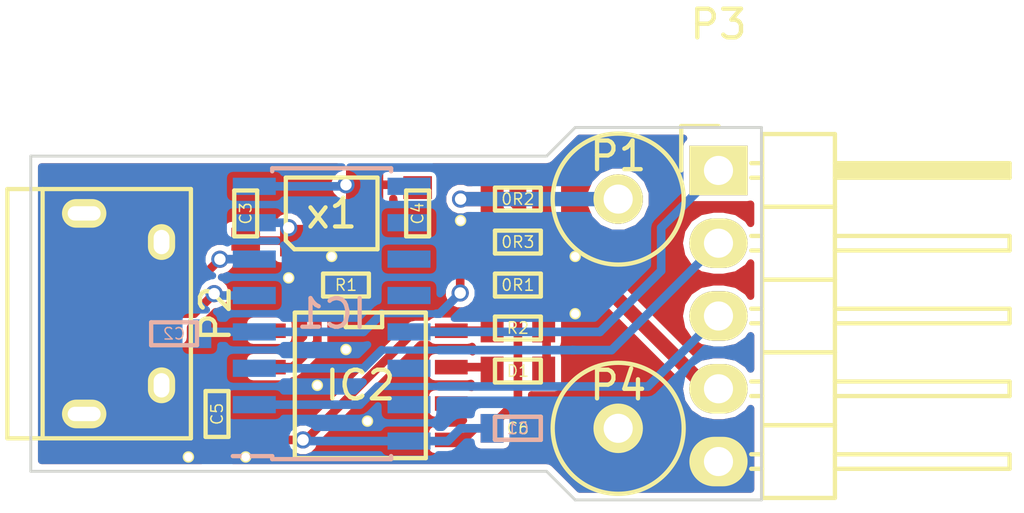
<source format=kicad_pcb>
(kicad_pcb (version 4) (host pcbnew 4.0.2+dfsg1-2~bpo8+1-stable)

  (general
    (links 54)
    (no_connects 0)
    (area 112.075 72.275 149.875001 91.475)
    (thickness 1.6)
    (drawings 8)
    (tracks 103)
    (zones 0)
    (modules 29)
    (nets 16)
  )

  (page A4)
  (layers
    (0 F.Cu signal)
    (31 B.Cu signal)
    (32 B.Adhes user hide)
    (33 F.Adhes user hide)
    (34 B.Paste user)
    (35 F.Paste user)
    (36 B.SilkS user)
    (37 F.SilkS user)
    (38 B.Mask user)
    (39 F.Mask user)
    (40 Dwgs.User user hide)
    (41 Cmts.User user hide)
    (42 Eco1.User user hide)
    (43 Eco2.User user hide)
    (44 Edge.Cuts user)
    (45 Margin user hide)
    (46 B.CrtYd user hide)
    (47 F.CrtYd user hide)
    (48 B.Fab user hide)
    (49 F.Fab user hide)
  )

  (setup
    (last_trace_width 0.3)
    (user_trace_width 0.2)
    (user_trace_width 0.3)
    (user_trace_width 0.5)
    (user_trace_width 0.7)
    (trace_clearance 0.2)
    (zone_clearance 0.2)
    (zone_45_only no)
    (trace_min 0.2)
    (segment_width 0.2)
    (edge_width 0.1)
    (via_size 0.6)
    (via_drill 0.4)
    (via_min_size 0.4)
    (via_min_drill 0.3)
    (uvia_size 0.3)
    (uvia_drill 0.1)
    (uvias_allowed no)
    (uvia_min_size 0.2)
    (uvia_min_drill 0.1)
    (pcb_text_width 0.3)
    (pcb_text_size 1.5 1.5)
    (mod_edge_width 0.15)
    (mod_text_size 1 1)
    (mod_text_width 0.15)
    (pad_size 0.4 0.4)
    (pad_drill 0.3)
    (pad_to_mask_clearance 0)
    (aux_axis_origin 0 0)
    (grid_origin 115 90)
    (visible_elements FFFEFF7F)
    (pcbplotparams
      (layerselection 0x010c0_80000001)
      (usegerberextensions true)
      (excludeedgelayer true)
      (linewidth 0.100000)
      (plotframeref false)
      (viasonmask false)
      (mode 1)
      (useauxorigin true)
      (hpglpennumber 1)
      (hpglpenspeed 20)
      (hpglpendiameter 15)
      (hpglpenoverlay 2)
      (psnegative false)
      (psa4output false)
      (plotreference false)
      (plotvalue false)
      (plotinvisibletext false)
      (padsonsilk false)
      (subtractmaskfromsilk false)
      (outputformat 1)
      (mirror false)
      (drillshape 0)
      (scaleselection 1)
      (outputdirectory output/))
  )

  (net 0 "")
  (net 1 V_USB)
  (net 2 GND)
  (net 3 VBat)
  (net 4 D-)
  (net 5 D+)
  (net 6 3V3)
  (net 7 TX)
  (net 8 RX)
  (net 9 U_OUT)
  (net 10 ~DTR)
  (net 11 "Net-(C3-Pad1)")
  (net 12 "Net-(C4-Pad1)")
  (net 13 "Net-(D1-Pad1)")
  (net 14 "Net-(D1-Pad2)")
  (net 15 "Net-(IC2-Pad2)")

  (net_class Default "This is the default net class."
    (clearance 0.2)
    (trace_width 0.25)
    (via_dia 0.6)
    (via_drill 0.4)
    (uvia_dia 0.3)
    (uvia_drill 0.1)
    (add_net 3V3)
    (add_net D+)
    (add_net D-)
    (add_net GND)
    (add_net "Net-(C3-Pad1)")
    (add_net "Net-(C4-Pad1)")
    (add_net "Net-(D1-Pad1)")
    (add_net "Net-(D1-Pad2)")
    (add_net "Net-(IC2-Pad2)")
    (add_net RX)
    (add_net TX)
    (add_net U_OUT)
    (add_net VBat)
    (add_net V_USB)
    (add_net ~DTR)
  )

  (module netl:via (layer F.Cu) (tedit 57F8F777) (tstamp 57F8FE3F)
    (at 130 80.25)
    (fp_text reference REF** (at 0 2) (layer F.SilkS) hide
      (effects (font (size 1 1) (thickness 0.15)))
    )
    (fp_text value via (at 0 -2) (layer F.Fab) hide
      (effects (font (size 1 1) (thickness 0.15)))
    )
    (pad 1 thru_hole circle (at 0 0) (size 0.4 0.4) (drill 0.3) (layers *.Cu *.Mask F.SilkS)
      (net 2 GND))
  )

  (module netl:via (layer F.Cu) (tedit 57F8F777) (tstamp 57F8FE2F)
    (at 120.5 88.5)
    (fp_text reference REF** (at 0 2) (layer F.SilkS) hide
      (effects (font (size 1 1) (thickness 0.15)))
    )
    (fp_text value via (at 0 -2) (layer F.Fab) hide
      (effects (font (size 1 1) (thickness 0.15)))
    )
    (pad 1 thru_hole circle (at 0 0) (size 0.4 0.4) (drill 0.3) (layers *.Cu *.Mask F.SilkS)
      (net 2 GND))
  )

  (module netl:via (layer F.Cu) (tedit 57F8F777) (tstamp 57F8FE29)
    (at 122.5 88.5)
    (fp_text reference REF** (at 0 2) (layer F.SilkS) hide
      (effects (font (size 1 1) (thickness 0.15)))
    )
    (fp_text value via (at 0 -2) (layer F.Fab) hide
      (effects (font (size 1 1) (thickness 0.15)))
    )
    (pad 1 thru_hole circle (at 0 0) (size 0.4 0.4) (drill 0.3) (layers *.Cu *.Mask F.SilkS)
      (net 2 GND))
  )

  (module netl:via (layer F.Cu) (tedit 57F8F777) (tstamp 57F8FE23)
    (at 126.75 87.25)
    (fp_text reference REF** (at 0 2) (layer F.SilkS) hide
      (effects (font (size 1 1) (thickness 0.15)))
    )
    (fp_text value via (at 0 -2) (layer F.Fab) hide
      (effects (font (size 1 1) (thickness 0.15)))
    )
    (pad 1 thru_hole circle (at 0 0) (size 0.4 0.4) (drill 0.3) (layers *.Cu *.Mask F.SilkS)
      (net 2 GND))
  )

  (module netl:via (layer F.Cu) (tedit 57F8F777) (tstamp 57F8FE19)
    (at 126 84.75)
    (fp_text reference REF** (at 0 2) (layer F.SilkS) hide
      (effects (font (size 1 1) (thickness 0.15)))
    )
    (fp_text value via (at 0 -2) (layer F.Fab) hide
      (effects (font (size 1 1) (thickness 0.15)))
    )
    (pad 1 thru_hole circle (at 0 0) (size 0.4 0.4) (drill 0.3) (layers *.Cu *.Mask F.SilkS)
      (net 2 GND))
  )

  (module netl:via (layer F.Cu) (tedit 57F8F777) (tstamp 57F8FE14)
    (at 125 86)
    (fp_text reference REF** (at 0 2) (layer F.SilkS) hide
      (effects (font (size 1 1) (thickness 0.15)))
    )
    (fp_text value via (at 0 -2) (layer F.Fab) hide
      (effects (font (size 1 1) (thickness 0.15)))
    )
    (pad 1 thru_hole circle (at 0 0) (size 0.4 0.4) (drill 0.3) (layers *.Cu *.Mask F.SilkS)
      (net 2 GND))
  )

  (module netl:via (layer F.Cu) (tedit 57F8F777) (tstamp 57F8FE0D)
    (at 124 82.25)
    (fp_text reference REF** (at 0 2) (layer F.SilkS) hide
      (effects (font (size 1 1) (thickness 0.15)))
    )
    (fp_text value via (at 0 -2) (layer F.Fab) hide
      (effects (font (size 1 1) (thickness 0.15)))
    )
    (pad 1 thru_hole circle (at 0 0) (size 0.4 0.4) (drill 0.3) (layers *.Cu *.Mask F.SilkS)
      (net 2 GND))
  )

  (module netl:via (layer F.Cu) (tedit 57F8F777) (tstamp 57F8FE08)
    (at 125.5 81.5)
    (fp_text reference REF** (at 0 2) (layer F.SilkS) hide
      (effects (font (size 1 1) (thickness 0.15)))
    )
    (fp_text value via (at 0 -2) (layer F.Fab) hide
      (effects (font (size 1 1) (thickness 0.15)))
    )
    (pad 1 thru_hole circle (at 0 0) (size 0.4 0.4) (drill 0.3) (layers *.Cu *.Mask F.SilkS)
      (net 2 GND))
  )

  (module netl:via (layer F.Cu) (tedit 57F8F777) (tstamp 57F8FE01)
    (at 134 83.5)
    (fp_text reference REF** (at 0 2) (layer F.SilkS) hide
      (effects (font (size 1 1) (thickness 0.15)))
    )
    (fp_text value via (at 0 -2) (layer F.Fab) hide
      (effects (font (size 1 1) (thickness 0.15)))
    )
    (pad 1 thru_hole circle (at 0 0) (size 0.4 0.4) (drill 0.3) (layers *.Cu *.Mask F.SilkS)
      (net 2 GND))
  )

  (module netl:via (layer F.Cu) (tedit 57F8F777) (tstamp 57F8FDBB)
    (at 134 81.5)
    (fp_text reference REF** (at 0 2) (layer F.SilkS) hide
      (effects (font (size 1 1) (thickness 0.15)))
    )
    (fp_text value via (at 0 -2) (layer F.Fab) hide
      (effects (font (size 1 1) (thickness 0.15)))
    )
    (pad 1 thru_hole circle (at 0 0) (size 0.4 0.4) (drill 0.3) (layers *.Cu *.Mask F.SilkS)
      (net 2 GND))
  )

  (module netl:SMD_0603 (layer B.Cu) (tedit 5537B97F) (tstamp 57F8E31C)
    (at 132 87.5)
    (path /579ECCA5)
    (fp_text reference C1 (at 0 0) (layer B.SilkS)
      (effects (font (size 0.4 0.4) (thickness 0.05)) (justify mirror))
    )
    (fp_text value 10u (at 0 0.8) (layer B.Fab)
      (effects (font (size 0.4 0.4) (thickness 0.1)) (justify mirror))
    )
    (fp_line (start -0.8 -0.4) (end 0.8 -0.4) (layer B.SilkS) (width 0.15))
    (fp_line (start 0.8 -0.4) (end 0.8 0.4) (layer B.SilkS) (width 0.15))
    (fp_line (start 0.8 0.4) (end -0.8 0.4) (layer B.SilkS) (width 0.15))
    (fp_line (start -0.8 0.4) (end -0.8 -0.4) (layer B.SilkS) (width 0.15))
    (pad 1 smd rect (at -1 0) (size 0.8 1) (drill (offset 0.1 0)) (layers B.Cu B.Paste B.Mask)
      (net 1 V_USB))
    (pad 2 smd rect (at 1 0) (size 0.8 1) (drill (offset -0.1 0)) (layers B.Cu B.Paste B.Mask)
      (net 2 GND))
  )

  (module netl:SMD_0603 (layer F.Cu) (tedit 5537B97F) (tstamp 57F8E518)
    (at 132 82.5 180)
    (path /57C30031)
    (fp_text reference 0R1 (at 0 0 180) (layer F.SilkS)
      (effects (font (size 0.4 0.4) (thickness 0.05)))
    )
    (fp_text value R (at 0 -0.8 180) (layer F.Fab)
      (effects (font (size 0.4 0.4) (thickness 0.1)))
    )
    (fp_line (start -0.8 0.4) (end 0.8 0.4) (layer F.SilkS) (width 0.15))
    (fp_line (start 0.8 0.4) (end 0.8 -0.4) (layer F.SilkS) (width 0.15))
    (fp_line (start 0.8 -0.4) (end -0.8 -0.4) (layer F.SilkS) (width 0.15))
    (fp_line (start -0.8 -0.4) (end -0.8 0.4) (layer F.SilkS) (width 0.15))
    (pad 1 smd rect (at -1 0 180) (size 0.8 1) (drill (offset 0.1 0)) (layers F.Cu F.Paste F.Mask)
      (net 9 U_OUT))
    (pad 2 smd rect (at 1 0 180) (size 0.8 1) (drill (offset -0.1 0)) (layers F.Cu F.Paste F.Mask)
      (net 1 V_USB))
  )

  (module netl:SMD_0603 (layer F.Cu) (tedit 5537B97F) (tstamp 57F8E522)
    (at 132 79.5 180)
    (path /57C300C9)
    (fp_text reference 0R2 (at 0 0 180) (layer F.SilkS)
      (effects (font (size 0.4 0.4) (thickness 0.05)))
    )
    (fp_text value R (at 0 -0.8 180) (layer F.Fab)
      (effects (font (size 0.4 0.4) (thickness 0.1)))
    )
    (fp_line (start -0.8 0.4) (end 0.8 0.4) (layer F.SilkS) (width 0.15))
    (fp_line (start 0.8 0.4) (end 0.8 -0.4) (layer F.SilkS) (width 0.15))
    (fp_line (start 0.8 -0.4) (end -0.8 -0.4) (layer F.SilkS) (width 0.15))
    (fp_line (start -0.8 -0.4) (end -0.8 0.4) (layer F.SilkS) (width 0.15))
    (pad 1 smd rect (at -1 0 180) (size 0.8 1) (drill (offset 0.1 0)) (layers F.Cu F.Paste F.Mask)
      (net 9 U_OUT))
    (pad 2 smd rect (at 1 0 180) (size 0.8 1) (drill (offset -0.1 0)) (layers F.Cu F.Paste F.Mask)
      (net 3 VBat))
  )

  (module netl:SMD_0603 (layer F.Cu) (tedit 5537B97F) (tstamp 57F8E52C)
    (at 132 81 180)
    (path /57C30081)
    (fp_text reference 0R3 (at 0 0 180) (layer F.SilkS)
      (effects (font (size 0.4 0.4) (thickness 0.05)))
    )
    (fp_text value R (at 0 -0.8 180) (layer F.Fab)
      (effects (font (size 0.4 0.4) (thickness 0.1)))
    )
    (fp_line (start -0.8 0.4) (end 0.8 0.4) (layer F.SilkS) (width 0.15))
    (fp_line (start 0.8 0.4) (end 0.8 -0.4) (layer F.SilkS) (width 0.15))
    (fp_line (start 0.8 -0.4) (end -0.8 -0.4) (layer F.SilkS) (width 0.15))
    (fp_line (start -0.8 -0.4) (end -0.8 0.4) (layer F.SilkS) (width 0.15))
    (pad 1 smd rect (at -1 0 180) (size 0.8 1) (drill (offset 0.1 0)) (layers F.Cu F.Paste F.Mask)
      (net 9 U_OUT))
    (pad 2 smd rect (at 1 0 180) (size 0.8 1) (drill (offset -0.1 0)) (layers F.Cu F.Paste F.Mask)
      (net 6 3V3))
  )

  (module netl:SMD_0603 (layer B.Cu) (tedit 5537B97F) (tstamp 57F8E536)
    (at 120 84.2)
    (path /57C32418)
    (fp_text reference C2 (at 0 0) (layer B.SilkS)
      (effects (font (size 0.4 0.4) (thickness 0.05)) (justify mirror))
    )
    (fp_text value 10u (at 0 0.8) (layer B.Fab)
      (effects (font (size 0.4 0.4) (thickness 0.1)) (justify mirror))
    )
    (fp_line (start -0.8 -0.4) (end 0.8 -0.4) (layer B.SilkS) (width 0.15))
    (fp_line (start 0.8 -0.4) (end 0.8 0.4) (layer B.SilkS) (width 0.15))
    (fp_line (start 0.8 0.4) (end -0.8 0.4) (layer B.SilkS) (width 0.15))
    (fp_line (start -0.8 0.4) (end -0.8 -0.4) (layer B.SilkS) (width 0.15))
    (pad 1 smd rect (at -1 0) (size 0.8 1) (drill (offset 0.1 0)) (layers B.Cu B.Paste B.Mask)
      (net 2 GND))
    (pad 2 smd rect (at 1 0) (size 0.8 1) (drill (offset -0.1 0)) (layers B.Cu B.Paste B.Mask)
      (net 6 3V3))
  )

  (module netl:SMD_0603 locked (layer F.Cu) (tedit 5537B97F) (tstamp 57F8E540)
    (at 122.5 80 90)
    (path /57C5EBA4)
    (fp_text reference C3 (at 0 0 90) (layer F.SilkS)
      (effects (font (size 0.4 0.4) (thickness 0.05)))
    )
    (fp_text value 22p (at 0 -0.8 90) (layer F.Fab)
      (effects (font (size 0.4 0.4) (thickness 0.1)))
    )
    (fp_line (start -0.8 0.4) (end 0.8 0.4) (layer F.SilkS) (width 0.15))
    (fp_line (start 0.8 0.4) (end 0.8 -0.4) (layer F.SilkS) (width 0.15))
    (fp_line (start 0.8 -0.4) (end -0.8 -0.4) (layer F.SilkS) (width 0.15))
    (fp_line (start -0.8 -0.4) (end -0.8 0.4) (layer F.SilkS) (width 0.15))
    (pad 1 smd rect (at -1 0 90) (size 0.8 1) (drill (offset 0.1 0)) (layers F.Cu F.Paste F.Mask)
      (net 11 "Net-(C3-Pad1)"))
    (pad 2 smd rect (at 1 0 90) (size 0.8 1) (drill (offset -0.1 0)) (layers F.Cu F.Paste F.Mask)
      (net 2 GND))
  )

  (module netl:SMD_0603 locked (layer F.Cu) (tedit 5537B97F) (tstamp 57F8E54A)
    (at 128.5 80 270)
    (path /57C5ECF7)
    (fp_text reference C4 (at 0 0 270) (layer F.SilkS)
      (effects (font (size 0.4 0.4) (thickness 0.05)))
    )
    (fp_text value 22p (at 0 -0.8 270) (layer F.Fab)
      (effects (font (size 0.4 0.4) (thickness 0.1)))
    )
    (fp_line (start -0.8 0.4) (end 0.8 0.4) (layer F.SilkS) (width 0.15))
    (fp_line (start 0.8 0.4) (end 0.8 -0.4) (layer F.SilkS) (width 0.15))
    (fp_line (start 0.8 -0.4) (end -0.8 -0.4) (layer F.SilkS) (width 0.15))
    (fp_line (start -0.8 -0.4) (end -0.8 0.4) (layer F.SilkS) (width 0.15))
    (pad 1 smd rect (at -1 0 270) (size 0.8 1) (drill (offset 0.1 0)) (layers F.Cu F.Paste F.Mask)
      (net 12 "Net-(C4-Pad1)"))
    (pad 2 smd rect (at 1 0 270) (size 0.8 1) (drill (offset -0.1 0)) (layers F.Cu F.Paste F.Mask)
      (net 2 GND))
  )

  (module netl:SMD_0603 (layer F.Cu) (tedit 5537B97F) (tstamp 57F8E554)
    (at 121.5 87 90)
    (path /57DD73FD)
    (fp_text reference C5 (at 0 0 90) (layer F.SilkS)
      (effects (font (size 0.4 0.4) (thickness 0.05)))
    )
    (fp_text value 10u (at 0 -0.8 90) (layer F.Fab)
      (effects (font (size 0.4 0.4) (thickness 0.1)))
    )
    (fp_line (start -0.8 0.4) (end 0.8 0.4) (layer F.SilkS) (width 0.15))
    (fp_line (start 0.8 0.4) (end 0.8 -0.4) (layer F.SilkS) (width 0.15))
    (fp_line (start 0.8 -0.4) (end -0.8 -0.4) (layer F.SilkS) (width 0.15))
    (fp_line (start -0.8 -0.4) (end -0.8 0.4) (layer F.SilkS) (width 0.15))
    (pad 1 smd rect (at -1 0 90) (size 0.8 1) (drill (offset 0.1 0)) (layers F.Cu F.Paste F.Mask)
      (net 1 V_USB))
    (pad 2 smd rect (at 1 0 90) (size 0.8 1) (drill (offset -0.1 0)) (layers F.Cu F.Paste F.Mask)
      (net 2 GND))
  )

  (module netl:SMD_0603 (layer F.Cu) (tedit 5537B97F) (tstamp 57F8E55E)
    (at 132 85.5)
    (path /57C893A5)
    (fp_text reference D1 (at 0 0) (layer F.SilkS)
      (effects (font (size 0.4 0.4) (thickness 0.05)))
    )
    (fp_text value LED (at 0 -0.8) (layer F.Fab)
      (effects (font (size 0.4 0.4) (thickness 0.1)))
    )
    (fp_line (start -0.8 0.4) (end 0.8 0.4) (layer F.SilkS) (width 0.15))
    (fp_line (start 0.8 0.4) (end 0.8 -0.4) (layer F.SilkS) (width 0.15))
    (fp_line (start 0.8 -0.4) (end -0.8 -0.4) (layer F.SilkS) (width 0.15))
    (fp_line (start -0.8 -0.4) (end -0.8 0.4) (layer F.SilkS) (width 0.15))
    (pad 1 smd rect (at -1 0) (size 0.8 1) (drill (offset 0.1 0)) (layers F.Cu F.Paste F.Mask)
      (net 13 "Net-(D1-Pad1)"))
    (pad 2 smd rect (at 1 0) (size 0.8 1) (drill (offset -0.1 0)) (layers F.Cu F.Paste F.Mask)
      (net 14 "Net-(D1-Pad2)"))
  )

  (module Housings_SOIC:SOIC-16_3.9x9.9mm_Pitch1.27mm locked (layer B.Cu) (tedit 57F8F440) (tstamp 57F8E57D)
    (at 125.5 83.5)
    (descr "16-Lead Plastic Small Outline (SL) - Narrow, 3.90 mm Body [SOIC] (see Microchip Packaging Specification 00000049BS.pdf)")
    (tags "SOIC 1.27")
    (path /57C5C7A1)
    (attr smd)
    (fp_text reference IC1 (at 0 0) (layer B.SilkS)
      (effects (font (size 1 1) (thickness 0.15)) (justify mirror))
    )
    (fp_text value CH340G (at 0 -6) (layer B.Fab)
      (effects (font (size 1 1) (thickness 0.15)) (justify mirror))
    )
    (fp_line (start -3.7 5.25) (end -3.7 -5.25) (layer B.CrtYd) (width 0.05))
    (fp_line (start 3.7 5.25) (end 3.7 -5.25) (layer B.CrtYd) (width 0.05))
    (fp_line (start -3.7 5.25) (end 3.7 5.25) (layer B.CrtYd) (width 0.05))
    (fp_line (start -3.7 -5.25) (end 3.7 -5.25) (layer B.CrtYd) (width 0.05))
    (fp_line (start -2.075 5.075) (end -2.075 4.97) (layer B.SilkS) (width 0.15))
    (fp_line (start 2.075 5.075) (end 2.075 4.97) (layer B.SilkS) (width 0.15))
    (fp_line (start 2.075 -5.075) (end 2.075 -4.97) (layer B.SilkS) (width 0.15))
    (fp_line (start -2.075 -5.075) (end -2.075 -4.97) (layer B.SilkS) (width 0.15))
    (fp_line (start -2.075 5.075) (end 2.075 5.075) (layer B.SilkS) (width 0.15))
    (fp_line (start -2.075 -5.075) (end 2.075 -5.075) (layer B.SilkS) (width 0.15))
    (fp_line (start -2.075 4.97) (end -3.45 4.97) (layer B.SilkS) (width 0.15))
    (pad 1 smd rect (at -2.7 4.445) (size 1.5 0.6) (layers B.Cu B.Paste B.Mask)
      (net 2 GND))
    (pad 2 smd rect (at -2.7 3.175) (size 1.5 0.6) (layers B.Cu B.Paste B.Mask)
      (net 7 TX))
    (pad 3 smd rect (at -2.7 1.905) (size 1.5 0.6) (layers B.Cu B.Paste B.Mask)
      (net 8 RX))
    (pad 4 smd rect (at -2.7 0.635) (size 1.5 0.6) (layers B.Cu B.Paste B.Mask)
      (net 6 3V3))
    (pad 5 smd rect (at -2.7 -0.635) (size 1.5 0.6) (layers B.Cu B.Paste B.Mask)
      (net 5 D+))
    (pad 6 smd rect (at -2.7 -1.905) (size 1.5 0.6) (layers B.Cu B.Paste B.Mask)
      (net 4 D-))
    (pad 7 smd rect (at -2.7 -3.175) (size 1.5 0.6) (layers B.Cu B.Paste B.Mask)
      (net 11 "Net-(C3-Pad1)"))
    (pad 8 smd rect (at -2.7 -4.445) (size 1.5 0.6) (layers B.Cu B.Paste B.Mask)
      (net 12 "Net-(C4-Pad1)"))
    (pad 9 smd rect (at 2.7 -4.445) (size 1.5 0.6) (layers B.Cu B.Paste B.Mask))
    (pad 10 smd rect (at 2.7 -3.175) (size 1.5 0.6) (layers B.Cu B.Paste B.Mask))
    (pad 11 smd rect (at 2.7 -1.905) (size 1.5 0.6) (layers B.Cu B.Paste B.Mask))
    (pad 12 smd rect (at 2.7 -0.635) (size 1.5 0.6) (layers B.Cu B.Paste B.Mask))
    (pad 13 smd rect (at 2.7 0.635) (size 1.5 0.6) (layers B.Cu B.Paste B.Mask)
      (net 10 ~DTR))
    (pad 14 smd rect (at 2.7 1.905) (size 1.5 0.6) (layers B.Cu B.Paste B.Mask))
    (pad 15 smd rect (at 2.7 3.175) (size 1.5 0.6) (layers B.Cu B.Paste B.Mask))
    (pad 16 smd rect (at 2.7 4.445) (size 1.5 0.6) (layers B.Cu B.Paste B.Mask)
      (net 1 V_USB))
    (model Housings_SOIC.3dshapes/SOIC-16_3.9x9.9mm_Pitch1.27mm.wrl
      (at (xyz 0 0 0))
      (scale (xyz 1 1 1))
      (rotate (xyz 0 0 0))
    )
  )

  (module SMD_Packages:SOIC-8-N (layer F.Cu) (tedit 57F8F43A) (tstamp 57F8E590)
    (at 126.5 86 270)
    (descr "Module Narrow CMS SOJ 8 pins large")
    (tags "CMS SOJ")
    (path /57C5B388)
    (attr smd)
    (fp_text reference IC2 (at 0 0 360) (layer F.SilkS)
      (effects (font (size 1 1) (thickness 0.15)))
    )
    (fp_text value TP4056 (at 0 1.27 270) (layer F.Fab)
      (effects (font (size 1 1) (thickness 0.15)))
    )
    (fp_line (start -2.54 -2.286) (end 2.54 -2.286) (layer F.SilkS) (width 0.15))
    (fp_line (start 2.54 -2.286) (end 2.54 2.286) (layer F.SilkS) (width 0.15))
    (fp_line (start 2.54 2.286) (end -2.54 2.286) (layer F.SilkS) (width 0.15))
    (fp_line (start -2.54 2.286) (end -2.54 -2.286) (layer F.SilkS) (width 0.15))
    (fp_line (start -2.54 -0.762) (end -2.032 -0.762) (layer F.SilkS) (width 0.15))
    (fp_line (start -2.032 -0.762) (end -2.032 0.508) (layer F.SilkS) (width 0.15))
    (fp_line (start -2.032 0.508) (end -2.54 0.508) (layer F.SilkS) (width 0.15))
    (pad 8 smd rect (at -1.905 -3.175 270) (size 0.508 1.143) (layers F.Cu F.Paste F.Mask)
      (net 1 V_USB))
    (pad 7 smd rect (at -0.635 -3.175 270) (size 0.508 1.143) (layers F.Cu F.Paste F.Mask)
      (net 13 "Net-(D1-Pad1)"))
    (pad 6 smd rect (at 0.635 -3.175 270) (size 0.508 1.143) (layers F.Cu F.Paste F.Mask))
    (pad 5 smd rect (at 1.905 -3.175 270) (size 0.508 1.143) (layers F.Cu F.Paste F.Mask)
      (net 3 VBat))
    (pad 4 smd rect (at 1.905 3.175 270) (size 0.508 1.143) (layers F.Cu F.Paste F.Mask)
      (net 1 V_USB))
    (pad 3 smd rect (at 0.635 3.175 270) (size 0.508 1.143) (layers F.Cu F.Paste F.Mask)
      (net 2 GND))
    (pad 2 smd rect (at -0.635 3.175 270) (size 0.508 1.143) (layers F.Cu F.Paste F.Mask)
      (net 15 "Net-(IC2-Pad2)"))
    (pad 1 smd rect (at -1.905 3.175 270) (size 0.508 1.143) (layers F.Cu F.Paste F.Mask))
    (model SMD_Packages.3dshapes/SOIC-8-N.wrl
      (at (xyz 0 0 0))
      (scale (xyz 0.5 0.38 0.5))
      (rotate (xyz 0 0 0))
    )
  )

  (module Connect:USB_Micro-B locked (layer F.Cu) (tedit 5543E447) (tstamp 57F8E5B7)
    (at 118 83.5 270)
    (descr "Micro USB Type B Receptacle")
    (tags "USB USB_B USB_micro USB_OTG")
    (path /55AEBD84)
    (attr smd)
    (fp_text reference P2 (at 0 -3.45 270) (layer F.SilkS)
      (effects (font (size 1 1) (thickness 0.15)))
    )
    (fp_text value USB_OTG (at 0 4.8 270) (layer F.Fab)
      (effects (font (size 1 1) (thickness 0.15)))
    )
    (fp_line (start -4.6 -2.8) (end 4.6 -2.8) (layer F.CrtYd) (width 0.05))
    (fp_line (start 4.6 -2.8) (end 4.6 4.05) (layer F.CrtYd) (width 0.05))
    (fp_line (start 4.6 4.05) (end -4.6 4.05) (layer F.CrtYd) (width 0.05))
    (fp_line (start -4.6 4.05) (end -4.6 -2.8) (layer F.CrtYd) (width 0.05))
    (fp_line (start -4.3509 3.81746) (end 4.3491 3.81746) (layer F.SilkS) (width 0.15))
    (fp_line (start -4.3509 -2.58754) (end 4.3491 -2.58754) (layer F.SilkS) (width 0.15))
    (fp_line (start 4.3491 -2.58754) (end 4.3491 3.81746) (layer F.SilkS) (width 0.15))
    (fp_line (start 4.3491 2.58746) (end -4.3509 2.58746) (layer F.SilkS) (width 0.15))
    (fp_line (start -4.3509 3.81746) (end -4.3509 -2.58754) (layer F.SilkS) (width 0.15))
    (pad 1 smd rect (at -1.3009 -1.56254) (size 1.35 0.4) (layers F.Cu F.Paste F.Mask)
      (net 1 V_USB))
    (pad 2 smd rect (at -0.6509 -1.56254) (size 1.35 0.4) (layers F.Cu F.Paste F.Mask)
      (net 4 D-))
    (pad 3 smd rect (at -0.0009 -1.56254) (size 1.35 0.4) (layers F.Cu F.Paste F.Mask)
      (net 5 D+))
    (pad 4 smd rect (at 0.6491 -1.56254) (size 1.35 0.4) (layers F.Cu F.Paste F.Mask))
    (pad 5 smd rect (at 1.2991 -1.56254) (size 1.35 0.4) (layers F.Cu F.Paste F.Mask)
      (net 2 GND))
    (pad 6 thru_hole oval (at -2.5009 -1.56254) (size 0.95 1.25) (drill oval 0.55 0.85) (layers *.Cu *.Mask F.SilkS)
      (net 2 GND))
    (pad 6 thru_hole oval (at 2.4991 -1.56254) (size 0.95 1.25) (drill oval 0.55 0.85) (layers *.Cu *.Mask F.SilkS)
      (net 2 GND))
    (pad 6 thru_hole oval (at -3.5009 1.13746) (size 1.55 1) (drill oval 1.15 0.5) (layers *.Cu *.Mask F.SilkS)
      (net 2 GND))
    (pad 6 thru_hole oval (at 3.4991 1.13746) (size 1.55 1) (drill oval 1.15 0.5) (layers *.Cu *.Mask F.SilkS)
      (net 2 GND))
  )

  (module Pin_Headers:Pin_Header_Angled_1x05 (layer F.Cu) (tedit 57F8EB24) (tstamp 57F8E5F8)
    (at 139 78.5)
    (descr "Through hole pin header")
    (tags "pin header")
    (path /57C2DD7E)
    (fp_text reference P3 (at 0 -5.1) (layer F.SilkS)
      (effects (font (size 1 1) (thickness 0.15)))
    )
    (fp_text value CONN_01X05 (at 0 -3.1) (layer F.Fab)
      (effects (font (size 1 1) (thickness 0.15)))
    )
    (fp_line (start -1.5 -1.75) (end -1.5 11.95) (layer F.CrtYd) (width 0.05))
    (fp_line (start 10.65 -1.75) (end 10.65 11.95) (layer F.CrtYd) (width 0.05))
    (fp_line (start -1.5 -1.75) (end 10.65 -1.75) (layer F.CrtYd) (width 0.05))
    (fp_line (start -1.5 11.95) (end 10.65 11.95) (layer F.CrtYd) (width 0.05))
    (fp_line (start -1.3 -1.55) (end -1.3 0) (layer F.SilkS) (width 0.15))
    (fp_line (start 0 -1.55) (end -1.3 -1.55) (layer F.SilkS) (width 0.15))
    (fp_line (start 4.191 -0.127) (end 10.033 -0.127) (layer F.SilkS) (width 0.15))
    (fp_line (start 10.033 -0.127) (end 10.033 0.127) (layer F.SilkS) (width 0.15))
    (fp_line (start 10.033 0.127) (end 4.191 0.127) (layer F.SilkS) (width 0.15))
    (fp_line (start 4.191 0.127) (end 4.191 0) (layer F.SilkS) (width 0.15))
    (fp_line (start 4.191 0) (end 10.033 0) (layer F.SilkS) (width 0.15))
    (fp_line (start 1.524 -0.254) (end 1.143 -0.254) (layer F.SilkS) (width 0.15))
    (fp_line (start 1.524 0.254) (end 1.143 0.254) (layer F.SilkS) (width 0.15))
    (fp_line (start 1.524 2.286) (end 1.143 2.286) (layer F.SilkS) (width 0.15))
    (fp_line (start 1.524 2.794) (end 1.143 2.794) (layer F.SilkS) (width 0.15))
    (fp_line (start 1.524 4.826) (end 1.143 4.826) (layer F.SilkS) (width 0.15))
    (fp_line (start 1.524 5.334) (end 1.143 5.334) (layer F.SilkS) (width 0.15))
    (fp_line (start 1.524 7.366) (end 1.143 7.366) (layer F.SilkS) (width 0.15))
    (fp_line (start 1.524 7.874) (end 1.143 7.874) (layer F.SilkS) (width 0.15))
    (fp_line (start 1.524 10.414) (end 1.143 10.414) (layer F.SilkS) (width 0.15))
    (fp_line (start 1.524 9.906) (end 1.143 9.906) (layer F.SilkS) (width 0.15))
    (fp_line (start 4.064 1.27) (end 4.064 -1.27) (layer F.SilkS) (width 0.15))
    (fp_line (start 10.16 0.254) (end 4.064 0.254) (layer F.SilkS) (width 0.15))
    (fp_line (start 10.16 -0.254) (end 10.16 0.254) (layer F.SilkS) (width 0.15))
    (fp_line (start 4.064 -0.254) (end 10.16 -0.254) (layer F.SilkS) (width 0.15))
    (fp_line (start 1.524 1.27) (end 4.064 1.27) (layer F.SilkS) (width 0.15))
    (fp_line (start 1.524 -1.27) (end 1.524 1.27) (layer F.SilkS) (width 0.15))
    (fp_line (start 1.524 -1.27) (end 4.064 -1.27) (layer F.SilkS) (width 0.15))
    (fp_line (start 1.524 3.81) (end 4.064 3.81) (layer F.SilkS) (width 0.15))
    (fp_line (start 1.524 3.81) (end 1.524 6.35) (layer F.SilkS) (width 0.15))
    (fp_line (start 1.524 6.35) (end 4.064 6.35) (layer F.SilkS) (width 0.15))
    (fp_line (start 4.064 4.826) (end 10.16 4.826) (layer F.SilkS) (width 0.15))
    (fp_line (start 10.16 4.826) (end 10.16 5.334) (layer F.SilkS) (width 0.15))
    (fp_line (start 10.16 5.334) (end 4.064 5.334) (layer F.SilkS) (width 0.15))
    (fp_line (start 4.064 6.35) (end 4.064 3.81) (layer F.SilkS) (width 0.15))
    (fp_line (start 4.064 3.81) (end 4.064 1.27) (layer F.SilkS) (width 0.15))
    (fp_line (start 10.16 2.794) (end 4.064 2.794) (layer F.SilkS) (width 0.15))
    (fp_line (start 10.16 2.286) (end 10.16 2.794) (layer F.SilkS) (width 0.15))
    (fp_line (start 4.064 2.286) (end 10.16 2.286) (layer F.SilkS) (width 0.15))
    (fp_line (start 1.524 3.81) (end 4.064 3.81) (layer F.SilkS) (width 0.15))
    (fp_line (start 1.524 1.27) (end 1.524 3.81) (layer F.SilkS) (width 0.15))
    (fp_line (start 1.524 1.27) (end 4.064 1.27) (layer F.SilkS) (width 0.15))
    (fp_line (start 1.524 8.89) (end 4.064 8.89) (layer F.SilkS) (width 0.15))
    (fp_line (start 1.524 8.89) (end 1.524 11.43) (layer F.SilkS) (width 0.15))
    (fp_line (start 1.524 11.43) (end 4.064 11.43) (layer F.SilkS) (width 0.15))
    (fp_line (start 4.064 9.906) (end 10.16 9.906) (layer F.SilkS) (width 0.15))
    (fp_line (start 10.16 9.906) (end 10.16 10.414) (layer F.SilkS) (width 0.15))
    (fp_line (start 10.16 10.414) (end 4.064 10.414) (layer F.SilkS) (width 0.15))
    (fp_line (start 4.064 11.43) (end 4.064 8.89) (layer F.SilkS) (width 0.15))
    (fp_line (start 4.064 8.89) (end 4.064 6.35) (layer F.SilkS) (width 0.15))
    (fp_line (start 10.16 7.874) (end 4.064 7.874) (layer F.SilkS) (width 0.15))
    (fp_line (start 10.16 7.366) (end 10.16 7.874) (layer F.SilkS) (width 0.15))
    (fp_line (start 4.064 7.366) (end 10.16 7.366) (layer F.SilkS) (width 0.15))
    (fp_line (start 1.524 8.89) (end 4.064 8.89) (layer F.SilkS) (width 0.15))
    (fp_line (start 1.524 6.35) (end 1.524 8.89) (layer F.SilkS) (width 0.15))
    (fp_line (start 1.524 6.35) (end 4.064 6.35) (layer F.SilkS) (width 0.15))
    (pad 1 thru_hole rect (at 0 0) (size 2.032 1.7272) (drill 1.016) (layers *.Cu *.Mask F.SilkS)
      (net 10 ~DTR))
    (pad 2 thru_hole oval (at 0 2.54) (size 2.032 1.7272) (drill 1.016) (layers *.Cu *.Mask F.SilkS)
      (net 8 RX))
    (pad 3 thru_hole oval (at 0 5.08) (size 2.032 1.7272) (drill 1.016) (layers *.Cu *.Mask F.SilkS)
      (net 7 TX))
    (pad 4 thru_hole oval (at 0 7.62) (size 2.032 1.7272) (drill 1.016) (layers *.Cu *.Mask F.SilkS)
      (net 9 U_OUT))
    (pad 5 thru_hole oval (at 0 10.16) (size 2.032 1.7272) (drill 1.016) (layers *.Cu *.Mask F.SilkS)
      (net 2 GND))
    (model Pin_Headers.3dshapes/Pin_Header_Angled_1x05.wrl
      (at (xyz 0 -0.2 0))
      (scale (xyz 1 1 1))
      (rotate (xyz 0 0 90))
    )
  )

  (module netl:SMD_0603 (layer F.Cu) (tedit 5537B97F) (tstamp 57F8E602)
    (at 126 82.5 180)
    (path /57C5FAF5)
    (fp_text reference R1 (at 0 0 180) (layer F.SilkS)
      (effects (font (size 0.4 0.4) (thickness 0.05)))
    )
    (fp_text value 2k (at 0 -0.8 180) (layer F.Fab)
      (effects (font (size 0.4 0.4) (thickness 0.1)))
    )
    (fp_line (start -0.8 0.4) (end 0.8 0.4) (layer F.SilkS) (width 0.15))
    (fp_line (start 0.8 0.4) (end 0.8 -0.4) (layer F.SilkS) (width 0.15))
    (fp_line (start 0.8 -0.4) (end -0.8 -0.4) (layer F.SilkS) (width 0.15))
    (fp_line (start -0.8 -0.4) (end -0.8 0.4) (layer F.SilkS) (width 0.15))
    (pad 1 smd rect (at -1 0 180) (size 0.8 1) (drill (offset 0.1 0)) (layers F.Cu F.Paste F.Mask)
      (net 2 GND))
    (pad 2 smd rect (at 1 0 180) (size 0.8 1) (drill (offset -0.1 0)) (layers F.Cu F.Paste F.Mask)
      (net 15 "Net-(IC2-Pad2)"))
  )

  (module netl:SMD_0603 (layer F.Cu) (tedit 5537B97F) (tstamp 57F8E60C)
    (at 132 84 180)
    (path /57C89426)
    (fp_text reference R2 (at 0 0 180) (layer F.SilkS)
      (effects (font (size 0.4 0.4) (thickness 0.05)))
    )
    (fp_text value 1k (at 0 -0.8 180) (layer F.Fab)
      (effects (font (size 0.4 0.4) (thickness 0.1)))
    )
    (fp_line (start -0.8 0.4) (end 0.8 0.4) (layer F.SilkS) (width 0.15))
    (fp_line (start 0.8 0.4) (end 0.8 -0.4) (layer F.SilkS) (width 0.15))
    (fp_line (start 0.8 -0.4) (end -0.8 -0.4) (layer F.SilkS) (width 0.15))
    (fp_line (start -0.8 -0.4) (end -0.8 0.4) (layer F.SilkS) (width 0.15))
    (pad 1 smd rect (at -1 0 180) (size 0.8 1) (drill (offset 0.1 0)) (layers F.Cu F.Paste F.Mask)
      (net 14 "Net-(D1-Pad2)"))
    (pad 2 smd rect (at 1 0 180) (size 0.8 1) (drill (offset -0.1 0)) (layers F.Cu F.Paste F.Mask)
      (net 1 V_USB))
  )

  (module netl:SMD_0603 (layer F.Cu) (tedit 5537B97F) (tstamp 57FA19A3)
    (at 132 87.5)
    (path /57F8F1E9)
    (fp_text reference C6 (at 0 0) (layer F.SilkS)
      (effects (font (size 0.4 0.4) (thickness 0.05)))
    )
    (fp_text value 10u (at 0 -0.8) (layer F.Fab)
      (effects (font (size 0.4 0.4) (thickness 0.1)))
    )
    (fp_line (start -0.8 0.4) (end 0.8 0.4) (layer F.SilkS) (width 0.15))
    (fp_line (start 0.8 0.4) (end 0.8 -0.4) (layer F.SilkS) (width 0.15))
    (fp_line (start 0.8 -0.4) (end -0.8 -0.4) (layer F.SilkS) (width 0.15))
    (fp_line (start -0.8 -0.4) (end -0.8 0.4) (layer F.SilkS) (width 0.15))
    (pad 1 smd rect (at -1 0) (size 0.8 1) (drill (offset 0.1 0)) (layers F.Cu F.Paste F.Mask)
      (net 3 VBat))
    (pad 2 smd rect (at 1 0) (size 0.8 1) (drill (offset -0.1 0)) (layers F.Cu F.Paste F.Mask)
      (net 2 GND))
  )

  (module Connect:1pin (layer F.Cu) (tedit 57F8F446) (tstamp 57FA19A4)
    (at 135.5 79.5)
    (descr "module 1 pin (ou trou mecanique de percage)")
    (tags DEV)
    (path /57F8F79D)
    (fp_text reference P1 (at 0 -1.5) (layer F.SilkS)
      (effects (font (size 1 1) (thickness 0.15)))
    )
    (fp_text value CONN_01X01 (at 0 2.794) (layer F.Fab)
      (effects (font (size 1 1) (thickness 0.15)))
    )
    (fp_circle (center 0 0) (end 0 -2.286) (layer F.SilkS) (width 0.15))
    (pad 1 thru_hole circle (at 0 0) (size 1.7272 1.7272) (drill 1.016) (layers *.Cu *.Mask F.SilkS)
      (net 3 VBat))
  )

  (module Connect:1pin (layer F.Cu) (tedit 57F8F444) (tstamp 57FA19AE)
    (at 135.5 87.5)
    (descr "module 1 pin (ou trou mecanique de percage)")
    (tags DEV)
    (path /57F8F92C)
    (fp_text reference P4 (at 0 -1.5) (layer F.SilkS)
      (effects (font (size 1 1) (thickness 0.15)))
    )
    (fp_text value CONN_01X01 (at 0 2.794) (layer F.Fab)
      (effects (font (size 1 1) (thickness 0.15)))
    )
    (fp_circle (center 0 0) (end 0 -2.286) (layer F.SilkS) (width 0.15))
    (pad 1 thru_hole circle (at 0 0) (size 1.7272 1.7272) (drill 1.016) (layers *.Cu *.Mask F.SilkS)
      (net 2 GND))
  )

  (module netl:SM_3225 locked (layer F.Cu) (tedit 57F8F432) (tstamp 57F8F2ED)
    (at 125.5 80 180)
    (path /57C878D3)
    (fp_text reference x1 (at 0 0 180) (layer F.SilkS)
      (effects (font (size 1 1) (thickness 0.15)))
    )
    (fp_text value xtal_osc (at 2.5 -3.5 180) (layer F.Fab)
      (effects (font (size 1 1) (thickness 0.15)))
    )
    (fp_line (start 1.6 -0.95) (end 1.6 1.25) (layer F.SilkS) (width 0.15))
    (fp_line (start 1.3 -1.25) (end -1.6 -1.25) (layer F.SilkS) (width 0.15))
    (fp_line (start 1.3 -1.25) (end 1.6 -0.95) (layer F.SilkS) (width 0.15))
    (fp_line (start 1.6 1.25) (end -1.6 1.25) (layer F.SilkS) (width 0.15))
    (fp_line (start -1.6 1.25) (end -1.6 -1.25) (layer F.SilkS) (width 0.15))
    (pad 4 smd rect (at 1.15 0.95 180) (size 1.3 1.1) (layers F.Cu F.Paste F.Mask)
      (net 2 GND))
    (pad 3 smd rect (at -1.15 0.95 180) (size 1.3 1.1) (layers F.Cu F.Paste F.Mask)
      (net 12 "Net-(C4-Pad1)"))
    (pad 2 smd rect (at -1.15 -0.95 180) (size 1.3 1.1) (layers F.Cu F.Paste F.Mask)
      (net 2 GND))
    (pad 1 smd rect (at 1.15 -0.95 180) (size 1.3 1.1) (layers F.Cu F.Paste F.Mask)
      (net 11 "Net-(C3-Pad1)"))
  )

  (gr_line (start 134 90) (end 140.5 90) (angle 90) (layer Edge.Cuts) (width 0.1))
  (gr_line (start 134 77) (end 140.5 77) (angle 90) (layer Edge.Cuts) (width 0.1))
  (gr_line (start 115 89) (end 115 78) (angle 90) (layer Edge.Cuts) (width 0.1))
  (gr_line (start 133 89) (end 134 90) (angle 90) (layer Edge.Cuts) (width 0.1))
  (gr_line (start 115 89) (end 133 89) (angle 90) (layer Edge.Cuts) (width 0.1))
  (gr_line (start 133 78) (end 134 77) (angle 90) (layer Edge.Cuts) (width 0.1))
  (gr_line (start 115 78) (end 133 78) (angle 90) (layer Edge.Cuts) (width 0.1))
  (gr_line (start 140.5 90) (end 140.5 77) (angle 90) (layer Edge.Cuts) (width 0.1))

  (segment (start 128.2 87.945) (end 129.555 87.945) (width 0.3) (layer B.Cu) (net 1))
  (segment (start 130 87.5) (end 131 87.5) (width 0.3) (layer B.Cu) (net 1) (tstamp 57F8FD89))
  (segment (start 129.555 87.945) (end 130 87.5) (width 0.3) (layer B.Cu) (net 1) (tstamp 57F8FD88))
  (via (at 124.5 87.905) (size 0.6) (drill 0.4) (layers F.Cu B.Cu) (net 1))
  (segment (start 124.54 87.945) (end 124.5 87.905) (width 0.3) (layer B.Cu) (net 1) (tstamp 57F8F923))
  (segment (start 128.2 87.945) (end 124.54 87.945) (width 0.3) (layer B.Cu) (net 1) (tstamp 57F8F924))
  (segment (start 131 82.5) (end 131 84) (width 0.3) (layer F.Cu) (net 1))
  (segment (start 129.675 84.095) (end 130.905 84.095) (width 0.3) (layer F.Cu) (net 1))
  (segment (start 130.905 84.095) (end 131 84) (width 0.3) (layer F.Cu) (net 1) (tstamp 57F8FA69))
  (segment (start 128.255 88) (end 128.2 87.945) (width 0.3) (layer B.Cu) (net 1) (tstamp 57F8F942))
  (segment (start 121.5 88) (end 119 88) (width 0.3) (layer F.Cu) (net 1))
  (segment (start 119 88) (end 118.5 87.5) (width 0.3) (layer F.Cu) (net 1) (tstamp 57F8F8E5))
  (segment (start 123.325 87.905) (end 121.595 87.905) (width 0.3) (layer F.Cu) (net 1))
  (segment (start 121.595 87.905) (end 121.5 88) (width 0.25) (layer F.Cu) (net 1) (tstamp 57F8F8CC))
  (segment (start 129.905 84.095) (end 129.675 84.095) (width 0.25) (layer F.Cu) (net 1) (tstamp 57F8F81A))
  (segment (start 123.325 87.905) (end 124.5 87.905) (width 0.3) (layer F.Cu) (net 1))
  (segment (start 124.5 87.905) (end 124.595 87.905) (width 0.3) (layer F.Cu) (net 1) (tstamp 57F8F920))
  (segment (start 124.595 87.905) (end 128.405 84.095) (width 0.3) (layer F.Cu) (net 1) (tstamp 57F8F6DF))
  (segment (start 128.405 84.095) (end 129.675 84.095) (width 0.3) (layer F.Cu) (net 1) (tstamp 57F8F6E1))
  (segment (start 118.5509 82.1991) (end 119.56254 82.1991) (width 0.3) (layer F.Cu) (net 1) (tstamp 57F8F8EA))
  (segment (start 118 82.75) (end 118.5509 82.1991) (width 0.3) (layer F.Cu) (net 1) (tstamp 57F8F8E9))
  (segment (start 118 86) (end 118 82.75) (width 0.3) (layer F.Cu) (net 1) (tstamp 57F8F8E8))
  (segment (start 118.5 86.5) (end 118 86) (width 0.3) (layer F.Cu) (net 1) (tstamp 57F8F8E7))
  (segment (start 118.5 87.5) (end 118.5 86.5) (width 0.3) (layer F.Cu) (net 1) (tstamp 57F8F8E6))
  (segment (start 131 87.5) (end 130.5 87.5) (width 0.3) (layer F.Cu) (net 3))
  (segment (start 130.5 87.5) (end 130.095 87.905) (width 0.3) (layer F.Cu) (net 3) (tstamp 57F8FD82))
  (segment (start 130.095 87.905) (end 129.675 87.905) (width 0.3) (layer F.Cu) (net 3) (tstamp 57F8FD83))
  (segment (start 132 86.5) (end 131 87.5) (width 0.3) (layer F.Cu) (net 3))
  (segment (start 135.5 79.5) (end 130 79.5) (width 0.5) (layer B.Cu) (net 3))
  (segment (start 130 79.5) (end 131 79.5) (width 0.5) (layer F.Cu) (net 3) (tstamp 57F8FB23))
  (via (at 130 79.5) (size 0.6) (drill 0.4) (layers F.Cu B.Cu) (net 3))
  (segment (start 132 80.5) (end 131.5 80) (width 0.3) (layer F.Cu) (net 3) (tstamp 57F8FA6F))
  (segment (start 132 86.5) (end 132 80.5) (width 0.3) (layer F.Cu) (net 3) (tstamp 57F8FD75))
  (segment (start 131.5 80) (end 131 79.5) (width 0.3) (layer F.Cu) (net 3) (tstamp 57F8FA70))
  (segment (start 119.56254 82.8491) (end 120.3509 82.8491) (width 0.3) (layer F.Cu) (net 4))
  (segment (start 121.605 81.595) (end 122.8 81.595) (width 0.3) (layer B.Cu) (net 4) (tstamp 57F8F975))
  (segment (start 121.6 81.6) (end 121.605 81.595) (width 0.3) (layer B.Cu) (net 4) (tstamp 57F8F974))
  (via (at 121.6 81.6) (size 0.6) (drill 0.4) (layers F.Cu B.Cu) (net 4))
  (segment (start 120.3509 82.8491) (end 121.6 81.6) (width 0.3) (layer F.Cu) (net 4) (tstamp 57F8F971))
  (segment (start 119.56254 83.4991) (end 120.7009 83.4991) (width 0.3) (layer F.Cu) (net 5))
  (segment (start 121.465 82.865) (end 122.8 82.865) (width 0.3) (layer B.Cu) (net 5) (tstamp 57F8F96D))
  (segment (start 121.4 82.8) (end 121.465 82.865) (width 0.3) (layer B.Cu) (net 5) (tstamp 57F8F96C))
  (via (at 121.4 82.8) (size 0.6) (drill 0.4) (layers F.Cu B.Cu) (net 5))
  (segment (start 120.7009 83.4991) (end 121.4 82.8) (width 0.3) (layer F.Cu) (net 5) (tstamp 57F8F96A))
  (segment (start 129.15 83.5) (end 129.263 83.5) (width 0.3) (layer B.Cu) (net 6))
  (segment (start 126.61 84.135) (end 127.245 83.5) (width 0.3) (layer B.Cu) (net 6) (tstamp 57F8FC5F))
  (segment (start 127.245 83.5) (end 129.15 83.5) (width 0.25) (layer B.Cu) (net 6) (tstamp 57F8FC60))
  (segment (start 122.8 84.135) (end 126.61 84.135) (width 0.3) (layer B.Cu) (net 6))
  (segment (start 130.239 81) (end 131 81) (width 0.3) (layer F.Cu) (net 6) (tstamp 57F8FC6B))
  (segment (start 129.986 81.253) (end 130.239 81) (width 0.3) (layer F.Cu) (net 6) (tstamp 57F8FC6A))
  (segment (start 129.986 82.777) (end 129.986 81.253) (width 0.3) (layer F.Cu) (net 6) (tstamp 57F8FC69))
  (via (at 129.986 82.777) (size 0.6) (drill 0.4) (layers F.Cu B.Cu) (net 6))
  (segment (start 129.263 83.5) (end 129.986 82.777) (width 0.3) (layer B.Cu) (net 6) (tstamp 57F8FC66))
  (segment (start 122.8 84.135) (end 121.065 84.135) (width 0.3) (layer B.Cu) (net 6))
  (segment (start 121.065 84.135) (end 121 84.2) (width 0.3) (layer B.Cu) (net 6) (tstamp 57F8F983))
  (segment (start 133.71 86.04) (end 136.54 86.04) (width 0.3) (layer B.Cu) (net 7))
  (segment (start 129.25 86.04) (end 133.71 86.04) (width 0.3) (layer B.Cu) (net 7))
  (segment (start 136.54 86.04) (end 139 83.58) (width 0.3) (layer B.Cu) (net 7) (tstamp 57F8FD2D))
  (segment (start 122.8 86.675) (end 126.483 86.675) (width 0.3) (layer B.Cu) (net 7))
  (segment (start 127.118 86.04) (end 129.25 86.04) (width 0.25) (layer B.Cu) (net 7) (tstamp 57F8FC07))
  (segment (start 129.25 86.04) (end 129.277 86.04) (width 0.25) (layer B.Cu) (net 7) (tstamp 57F8FC2F))
  (segment (start 126.483 86.675) (end 127.118 86.04) (width 0.3) (layer B.Cu) (net 7) (tstamp 57F8FC06))
  (segment (start 133.9 84.77) (end 135.27 84.77) (width 0.3) (layer B.Cu) (net 8))
  (segment (start 135.27 84.77) (end 139 81.04) (width 0.3) (layer B.Cu) (net 8) (tstamp 57F8FD33))
  (segment (start 129.25 84.77) (end 133.9 84.77) (width 0.3) (layer B.Cu) (net 8))
  (segment (start 133.9 84.77) (end 133.98 84.77) (width 0.3) (layer B.Cu) (net 8) (tstamp 57F8FD31))
  (segment (start 138.71 81.04) (end 138.75 81.04) (width 0.3) (layer B.Cu) (net 8) (tstamp 57F8FC2C) (status 30))
  (segment (start 122.8 85.405) (end 126.61 85.405) (width 0.3) (layer B.Cu) (net 8))
  (segment (start 127.245 84.77) (end 129.25 84.77) (width 0.25) (layer B.Cu) (net 8) (tstamp 57F8FC0B))
  (segment (start 129.25 84.77) (end 129.277 84.77) (width 0.25) (layer B.Cu) (net 8) (tstamp 57F8FC28))
  (segment (start 126.61 85.405) (end 127.245 84.77) (width 0.3) (layer B.Cu) (net 8) (tstamp 57F8FC0A))
  (segment (start 139 86.12) (end 138.62 86.12) (width 0.5) (layer F.Cu) (net 9))
  (segment (start 138.62 86.12) (end 135 82.5) (width 0.5) (layer F.Cu) (net 9) (tstamp 57F8FD43))
  (segment (start 135 82.5) (end 133 82.5) (width 0.5) (layer F.Cu) (net 9) (tstamp 57F8FD44))
  (segment (start 133 79.5) (end 133 81) (width 0.5) (layer F.Cu) (net 9))
  (segment (start 133 81) (end 133 82) (width 0.5) (layer F.Cu) (net 9) (status 10))
  (segment (start 133.6 84.135) (end 134.865 84.135) (width 0.3) (layer B.Cu) (net 10))
  (segment (start 137 80.5) (end 139 78.5) (width 0.3) (layer B.Cu) (net 10) (tstamp 57F8FD3D))
  (segment (start 137 82) (end 137 80.5) (width 0.3) (layer B.Cu) (net 10) (tstamp 57F8FD3B))
  (segment (start 134.865 84.135) (end 137 82) (width 0.3) (layer B.Cu) (net 10) (tstamp 57F8FD39))
  (segment (start 132.75 84.135) (end 133.6 84.135) (width 0.3) (layer B.Cu) (net 10))
  (segment (start 133.6 84.135) (end 133.615 84.135) (width 0.3) (layer B.Cu) (net 10) (tstamp 57F8FD37))
  (segment (start 128.2 84.135) (end 132.75 84.135) (width 0.3) (layer B.Cu) (net 10))
  (segment (start 124.35 80.95) (end 124.35 80.85) (width 0.3) (layer F.Cu) (net 11))
  (segment (start 124.35 80.85) (end 124 80.5) (width 0.3) (layer F.Cu) (net 11) (tstamp 57F8FD97))
  (via (at 124 80.5) (size 0.6) (drill 0.4) (layers F.Cu B.Cu) (net 11))
  (segment (start 124 80.5) (end 123.825 80.325) (width 0.3) (layer B.Cu) (net 11) (tstamp 57F8FD99))
  (segment (start 123.825 80.325) (end 122.8 80.325) (width 0.3) (layer B.Cu) (net 11) (tstamp 57F8FD9A))
  (segment (start 124.35 80.95) (end 122.55 80.95) (width 0.3) (layer F.Cu) (net 11))
  (segment (start 122.55 80.95) (end 122.5 81) (width 0.25) (layer F.Cu) (net 11) (tstamp 57F8F824))
  (segment (start 122.8 79.055) (end 125.945 79.055) (width 0.3) (layer B.Cu) (net 12))
  (segment (start 126 79) (end 126.05 79.05) (width 0.3) (layer F.Cu) (net 12) (tstamp 57F8FD90))
  (via (at 126 79) (size 0.6) (drill 0.4) (layers F.Cu B.Cu) (net 12))
  (segment (start 125.945 79.055) (end 126 79) (width 0.3) (layer B.Cu) (net 12) (tstamp 57F8FD8E))
  (segment (start 126.05 79.05) (end 126.65 79.05) (width 0.3) (layer F.Cu) (net 12) (tstamp 57F8FD91))
  (segment (start 128.5 79) (end 126.7 79) (width 0.3) (layer F.Cu) (net 12))
  (segment (start 126.7 79) (end 126.65 79.05) (width 0.25) (layer F.Cu) (net 12) (tstamp 57F8F821))
  (segment (start 129.675 85.365) (end 130.865 85.365) (width 0.3) (layer F.Cu) (net 13) (status 20))
  (segment (start 130.865 85.365) (end 131 85.23) (width 0.25) (layer F.Cu) (net 13) (tstamp 57F8F80B) (status 30))
  (segment (start 133 85.5) (end 133 84) (width 0.3) (layer F.Cu) (net 14))
  (segment (start 123.325 85.365) (end 124.135 85.365) (width 0.3) (layer F.Cu) (net 15))
  (segment (start 125 84.5) (end 125 82.5) (width 0.3) (layer F.Cu) (net 15) (tstamp 57F8F8EE))
  (segment (start 124.135 85.365) (end 125 84.5) (width 0.3) (layer F.Cu) (net 15) (tstamp 57F8F8ED))

  (zone (net 2) (net_name GND) (layer F.Cu) (tstamp 57C870E0) (hatch edge 0.508)
    (connect_pads yes (clearance 0.2))
    (min_thickness 0.254)
    (fill yes (arc_segments 16) (thermal_gap 0.508) (thermal_bridge_width 0.508))
    (polygon
      (pts
        (xy 115 77) (xy 140.5 77) (xy 140.5 90) (xy 115 90)
      )
    )
    (filled_polygon
      (pts
        (xy 137.659443 85.975445) (xy 137.630689 86.12) (xy 137.721318 86.575623) (xy 137.979408 86.961881) (xy 138.365666 87.219971)
        (xy 138.821289 87.3106) (xy 139.178711 87.3106) (xy 139.634334 87.219971) (xy 140.020592 86.961881) (xy 140.123 86.808617)
        (xy 140.123 89.623) (xy 134.156159 89.623) (xy 133.266579 88.733421) (xy 133.144272 88.651697) (xy 133 88.623)
        (xy 122.055304 88.623) (xy 122.121179 88.610605) (xy 122.232474 88.538988) (xy 122.307138 88.429714) (xy 122.3168 88.382)
        (xy 122.508416 88.382) (xy 122.514512 88.391474) (xy 122.623786 88.466138) (xy 122.7535 88.492406) (xy 123.8965 88.492406)
        (xy 124.017679 88.469605) (xy 124.115101 88.406915) (xy 124.144369 88.436235) (xy 124.374735 88.531891) (xy 124.624171 88.532109)
        (xy 124.854703 88.436855) (xy 125.031235 88.260631) (xy 125.114518 88.060062) (xy 128.60258 84.572) (xy 128.858416 84.572)
        (xy 128.864512 84.581474) (xy 128.973786 84.656138) (xy 129.1035 84.682406) (xy 130.2465 84.682406) (xy 130.367679 84.659605)
        (xy 130.400522 84.638471) (xy 130.461012 84.732474) (xy 130.485681 84.74933) (xy 130.467526 84.761012) (xy 130.418504 84.832758)
        (xy 130.376214 84.803862) (xy 130.2465 84.777594) (xy 129.1035 84.777594) (xy 128.982321 84.800395) (xy 128.871026 84.872012)
        (xy 128.796362 84.981286) (xy 128.770094 85.111) (xy 128.770094 85.619) (xy 128.792895 85.740179) (xy 128.864512 85.851474)
        (xy 128.973786 85.926138) (xy 129.1035 85.952406) (xy 130.2465 85.952406) (xy 130.366594 85.929809) (xy 130.366594 86)
        (xy 130.381123 86.077216) (xy 130.376214 86.073862) (xy 130.2465 86.047594) (xy 129.1035 86.047594) (xy 128.982321 86.070395)
        (xy 128.871026 86.142012) (xy 128.796362 86.251286) (xy 128.770094 86.381) (xy 128.770094 86.889) (xy 128.792895 87.010179)
        (xy 128.864512 87.121474) (xy 128.973786 87.196138) (xy 129.1035 87.222406) (xy 130.103014 87.222406) (xy 130.007826 87.317594)
        (xy 129.1035 87.317594) (xy 128.982321 87.340395) (xy 128.871026 87.412012) (xy 128.796362 87.521286) (xy 128.770094 87.651)
        (xy 128.770094 88.159) (xy 128.792895 88.280179) (xy 128.864512 88.391474) (xy 128.973786 88.466138) (xy 129.1035 88.492406)
        (xy 130.2465 88.492406) (xy 130.367679 88.469605) (xy 130.478974 88.397988) (xy 130.550355 88.293519) (xy 130.570286 88.307138)
        (xy 130.7 88.333406) (xy 131.5 88.333406) (xy 131.621179 88.310605) (xy 131.732474 88.238988) (xy 131.807138 88.129714)
        (xy 131.833406 88) (xy 131.833406 87.341174) (xy 132.33729 86.83729) (xy 132.440691 86.68254) (xy 132.477 86.5)
        (xy 132.477 86.328748) (xy 132.5 86.333406) (xy 133.3 86.333406) (xy 133.421179 86.310605) (xy 133.532474 86.238988)
        (xy 133.607138 86.129714) (xy 133.633406 86) (xy 133.633406 85) (xy 133.610605 84.878821) (xy 133.538988 84.767526)
        (xy 133.514319 84.75067) (xy 133.532474 84.738988) (xy 133.607138 84.629714) (xy 133.633406 84.5) (xy 133.633406 83.5)
        (xy 133.610605 83.378821) (xy 133.538988 83.267526) (xy 133.514319 83.25067) (xy 133.532474 83.238988) (xy 133.607138 83.129714)
        (xy 133.617813 83.077) (xy 134.760998 83.077)
      )
    )
    (filled_polygon
      (pts
        (xy 137.751526 77.397412) (xy 137.676862 77.506686) (xy 137.650594 77.6364) (xy 137.650594 79.3636) (xy 137.673395 79.484779)
        (xy 137.745012 79.596074) (xy 137.854286 79.670738) (xy 137.984 79.697006) (xy 140.016 79.697006) (xy 140.123 79.676873)
        (xy 140.123 80.351383) (xy 140.020592 80.198119) (xy 139.634334 79.940029) (xy 139.178711 79.8494) (xy 138.821289 79.8494)
        (xy 138.365666 79.940029) (xy 137.979408 80.198119) (xy 137.721318 80.584377) (xy 137.630689 81.04) (xy 137.721318 81.495623)
        (xy 137.979408 81.881881) (xy 138.365666 82.139971) (xy 138.821289 82.2306) (xy 139.178711 82.2306) (xy 139.634334 82.139971)
        (xy 140.020592 81.881881) (xy 140.123 81.728617) (xy 140.123 82.891383) (xy 140.020592 82.738119) (xy 139.634334 82.480029)
        (xy 139.178711 82.3894) (xy 138.821289 82.3894) (xy 138.365666 82.480029) (xy 137.979408 82.738119) (xy 137.721318 83.124377)
        (xy 137.630689 83.58) (xy 137.721318 84.035623) (xy 137.979408 84.421881) (xy 138.365666 84.679971) (xy 138.821289 84.7706)
        (xy 139.178711 84.7706) (xy 139.634334 84.679971) (xy 140.020592 84.421881) (xy 140.123 84.268617) (xy 140.123 85.431383)
        (xy 140.020592 85.278119) (xy 139.634334 85.020029) (xy 139.178711 84.9294) (xy 138.821289 84.9294) (xy 138.365666 85.020029)
        (xy 138.347901 85.031899) (xy 135.408001 82.091999) (xy 135.220808 81.966922) (xy 135 81.922999) (xy 134.999995 81.923)
        (xy 133.618918 81.923) (xy 133.610605 81.878821) (xy 133.577 81.826598) (xy 133.577 81.673822) (xy 133.607138 81.629714)
        (xy 133.633406 81.5) (xy 133.633406 80.5) (xy 133.610605 80.378821) (xy 133.577 80.326598) (xy 133.577 80.173822)
        (xy 133.607138 80.129714) (xy 133.633406 80) (xy 133.633406 79.735786) (xy 134.309194 79.735786) (xy 134.49007 80.17354)
        (xy 134.824699 80.508753) (xy 135.262136 80.690393) (xy 135.735786 80.690806) (xy 136.17354 80.50993) (xy 136.508753 80.175301)
        (xy 136.690393 79.737864) (xy 136.690806 79.264214) (xy 136.50993 78.82646) (xy 136.175301 78.491247) (xy 135.737864 78.309607)
        (xy 135.264214 78.309194) (xy 134.82646 78.49007) (xy 134.491247 78.824699) (xy 134.309607 79.262136) (xy 134.309194 79.735786)
        (xy 133.633406 79.735786) (xy 133.633406 79) (xy 133.610605 78.878821) (xy 133.538988 78.767526) (xy 133.429714 78.692862)
        (xy 133.3 78.666594) (xy 132.5 78.666594) (xy 132.378821 78.689395) (xy 132.267526 78.761012) (xy 132.192862 78.870286)
        (xy 132.166594 79) (xy 132.166594 79.992014) (xy 131.833406 79.658826) (xy 131.833406 79) (xy 131.810605 78.878821)
        (xy 131.738988 78.767526) (xy 131.629714 78.692862) (xy 131.5 78.666594) (xy 130.7 78.666594) (xy 130.578821 78.689395)
        (xy 130.467526 78.761012) (xy 130.392862 78.870286) (xy 130.382187 78.923) (xy 130.245416 78.923) (xy 130.125265 78.873109)
        (xy 129.875829 78.872891) (xy 129.645297 78.968145) (xy 129.468765 79.144369) (xy 129.373109 79.374735) (xy 129.372891 79.624171)
        (xy 129.468145 79.854703) (xy 129.644369 80.031235) (xy 129.874735 80.126891) (xy 130.124171 80.127109) (xy 130.245444 80.077)
        (xy 130.381082 80.077) (xy 130.389395 80.121179) (xy 130.461012 80.232474) (xy 130.485681 80.24933) (xy 130.467526 80.261012)
        (xy 130.392862 80.370286) (xy 130.366594 80.5) (xy 130.366594 80.523) (xy 130.239 80.523) (xy 130.05646 80.559309)
        (xy 129.90171 80.66271) (xy 129.64871 80.91571) (xy 129.545309 81.07046) (xy 129.509 81.253) (xy 129.509 82.367229)
        (xy 129.454765 82.421369) (xy 129.359109 82.651735) (xy 129.358891 82.901171) (xy 129.454145 83.131703) (xy 129.630369 83.308235)
        (xy 129.860735 83.403891) (xy 130.110171 83.404109) (xy 130.340703 83.308855) (xy 130.443883 83.205855) (xy 130.461012 83.232474)
        (xy 130.485681 83.24933) (xy 130.467526 83.261012) (xy 130.392862 83.370286) (xy 130.366594 83.5) (xy 130.366594 83.531914)
        (xy 130.2465 83.507594) (xy 129.1035 83.507594) (xy 128.982321 83.530395) (xy 128.871026 83.602012) (xy 128.860102 83.618)
        (xy 128.405 83.618) (xy 128.22246 83.654309) (xy 128.06771 83.75771) (xy 124.547379 87.278041) (xy 124.375829 87.277891)
        (xy 124.145297 87.373145) (xy 124.114323 87.404065) (xy 124.026214 87.343862) (xy 123.8965 87.317594) (xy 122.7535 87.317594)
        (xy 122.632321 87.340395) (xy 122.521026 87.412012) (xy 122.510102 87.428) (xy 122.319859 87.428) (xy 122.310605 87.378821)
        (xy 122.238988 87.267526) (xy 122.129714 87.192862) (xy 122 87.166594) (xy 121 87.166594) (xy 120.878821 87.189395)
        (xy 120.767526 87.261012) (xy 120.692862 87.370286) (xy 120.666594 87.5) (xy 120.666594 87.523) (xy 119.19758 87.523)
        (xy 118.977 87.30242) (xy 118.977 86.5) (xy 118.940691 86.31746) (xy 118.83729 86.16271) (xy 118.477 85.80242)
        (xy 118.477 82.94758) (xy 118.554134 82.870446) (xy 118.554134 83.0491) (xy 118.576935 83.170279) (xy 118.579435 83.174163)
        (xy 118.554134 83.2991) (xy 118.554134 83.6991) (xy 118.576935 83.820279) (xy 118.579435 83.824163) (xy 118.554134 83.9491)
        (xy 118.554134 84.3491) (xy 118.576935 84.470279) (xy 118.648552 84.581574) (xy 118.757826 84.656238) (xy 118.88754 84.682506)
        (xy 120.23754 84.682506) (xy 120.358719 84.659705) (xy 120.470014 84.588088) (xy 120.544678 84.478814) (xy 120.570946 84.3491)
        (xy 120.570946 83.9761) (xy 120.7009 83.9761) (xy 120.88344 83.939791) (xy 121.03129 83.841) (xy 122.420094 83.841)
        (xy 122.420094 84.349) (xy 122.442895 84.470179) (xy 122.514512 84.581474) (xy 122.623786 84.656138) (xy 122.7535 84.682406)
        (xy 123.8965 84.682406) (xy 124.017679 84.659605) (xy 124.128974 84.587988) (xy 124.203638 84.478714) (xy 124.229906 84.349)
        (xy 124.229906 83.841) (xy 124.207105 83.719821) (xy 124.135488 83.608526) (xy 124.026214 83.533862) (xy 123.8965 83.507594)
        (xy 122.7535 83.507594) (xy 122.632321 83.530395) (xy 122.521026 83.602012) (xy 122.446362 83.711286) (xy 122.420094 83.841)
        (xy 121.03129 83.841) (xy 121.03819 83.83639) (xy 121.447538 83.427042) (xy 121.524171 83.427109) (xy 121.754703 83.331855)
        (xy 121.931235 83.155631) (xy 122.026891 82.925265) (xy 122.027109 82.675829) (xy 121.931855 82.445297) (xy 121.755631 82.268765)
        (xy 121.655167 82.227049) (xy 121.724171 82.227109) (xy 121.954703 82.131855) (xy 122.131235 81.955631) (xy 122.226891 81.725265)
        (xy 122.226971 81.633406) (xy 123 81.633406) (xy 123.121179 81.610605) (xy 123.232474 81.538988) (xy 123.307138 81.429714)
        (xy 123.307688 81.427) (xy 123.366594 81.427) (xy 123.366594 81.5) (xy 123.389395 81.621179) (xy 123.461012 81.732474)
        (xy 123.570286 81.807138) (xy 123.7 81.833406) (xy 124.418061 81.833406) (xy 124.392862 81.870286) (xy 124.366594 82)
        (xy 124.366594 83) (xy 124.389395 83.121179) (xy 124.461012 83.232474) (xy 124.523 83.274829) (xy 124.523 84.30242)
        (xy 124.022342 84.803078) (xy 123.8965 84.777594) (xy 122.7535 84.777594) (xy 122.632321 84.800395) (xy 122.521026 84.872012)
        (xy 122.446362 84.981286) (xy 122.420094 85.111) (xy 122.420094 85.619) (xy 122.442895 85.740179) (xy 122.514512 85.851474)
        (xy 122.623786 85.926138) (xy 122.7535 85.952406) (xy 123.8965 85.952406) (xy 124.017679 85.929605) (xy 124.128974 85.857988)
        (xy 124.140669 85.840872) (xy 124.31754 85.805691) (xy 124.47229 85.70229) (xy 125.33729 84.83729) (xy 125.440691 84.68254)
        (xy 125.477 84.5) (xy 125.477 83.333406) (xy 125.5 83.333406) (xy 125.621179 83.310605) (xy 125.732474 83.238988)
        (xy 125.807138 83.129714) (xy 125.833406 83) (xy 125.833406 82) (xy 125.810605 81.878821) (xy 125.738988 81.767526)
        (xy 125.629714 81.692862) (xy 125.5 81.666594) (xy 125.281939 81.666594) (xy 125.307138 81.629714) (xy 125.333406 81.5)
        (xy 125.333406 80.4) (xy 125.310605 80.278821) (xy 125.238988 80.167526) (xy 125.129714 80.092862) (xy 125 80.066594)
        (xy 124.453289 80.066594) (xy 124.355631 79.968765) (xy 124.125265 79.873109) (xy 123.875829 79.872891) (xy 123.645297 79.968145)
        (xy 123.468765 80.144369) (xy 123.453068 80.182172) (xy 123.392862 80.270286) (xy 123.366594 80.4) (xy 123.366594 80.473)
        (xy 123.328326 80.473) (xy 123.310605 80.378821) (xy 123.238988 80.267526) (xy 123.129714 80.192862) (xy 123 80.166594)
        (xy 122 80.166594) (xy 121.878821 80.189395) (xy 121.767526 80.261012) (xy 121.692862 80.370286) (xy 121.666594 80.5)
        (xy 121.666594 80.973058) (xy 121.475829 80.972891) (xy 121.245297 81.068145) (xy 121.068765 81.244369) (xy 120.973109 81.474735)
        (xy 120.973041 81.552379) (xy 120.563879 81.961541) (xy 120.548145 81.877921) (xy 120.476528 81.766626) (xy 120.367254 81.691962)
        (xy 120.23754 81.665694) (xy 118.88754 81.665694) (xy 118.766361 81.688495) (xy 118.714138 81.7221) (xy 118.5509 81.7221)
        (xy 118.368359 81.758409) (xy 118.21361 81.86181) (xy 117.66271 82.41271) (xy 117.559309 82.56746) (xy 117.523 82.75)
        (xy 117.523 86) (xy 117.559309 86.18254) (xy 117.66271 86.33729) (xy 118.023 86.69758) (xy 118.023 87.5)
        (xy 118.059309 87.68254) (xy 118.16271 87.83729) (xy 118.66271 88.33729) (xy 118.81746 88.440691) (xy 119 88.477)
        (xy 120.725315 88.477) (xy 120.761012 88.532474) (xy 120.870286 88.607138) (xy 120.948614 88.623) (xy 115.377 88.623)
        (xy 115.377 78.377) (xy 125.691502 78.377) (xy 125.675579 78.455633) (xy 125.645297 78.468145) (xy 125.468765 78.644369)
        (xy 125.373109 78.874735) (xy 125.372891 79.124171) (xy 125.468145 79.354703) (xy 125.644369 79.531235) (xy 125.666594 79.540464)
        (xy 125.666594 79.6) (xy 125.689395 79.721179) (xy 125.761012 79.832474) (xy 125.870286 79.907138) (xy 126 79.933406)
        (xy 127.3 79.933406) (xy 127.421179 79.910605) (xy 127.532474 79.838988) (xy 127.607138 79.729714) (xy 127.633406 79.6)
        (xy 127.633406 79.477) (xy 127.666594 79.477) (xy 127.666594 79.5) (xy 127.689395 79.621179) (xy 127.761012 79.732474)
        (xy 127.870286 79.807138) (xy 128 79.833406) (xy 129 79.833406) (xy 129.121179 79.810605) (xy 129.232474 79.738988)
        (xy 129.307138 79.629714) (xy 129.333406 79.5) (xy 129.333406 78.7) (xy 129.310605 78.578821) (xy 129.238988 78.467526)
        (xy 129.129714 78.392862) (xy 129.051386 78.377) (xy 133 78.377) (xy 133.144272 78.348303) (xy 133.266579 78.266579)
        (xy 134.156159 77.377) (xy 137.783247 77.377)
      )
    )
  )
  (zone (net 2) (net_name GND) (layer B.Cu) (tstamp 57C870E9) (hatch edge 0.508)
    (connect_pads yes (clearance 0.2))
    (min_thickness 0.254)
    (fill yes (arc_segments 16) (thermal_gap 0.508) (thermal_bridge_width 0.508))
    (polygon
      (pts
        (xy 115 77) (xy 140.5 77) (xy 140.5 90) (xy 115 90)
      )
    )
    (filled_polygon
      (pts
        (xy 137.751526 77.397412) (xy 137.676862 77.506686) (xy 137.650594 77.6364) (xy 137.650594 79.174826) (xy 136.66271 80.16271)
        (xy 136.559309 80.31746) (xy 136.523 80.5) (xy 136.523 81.80242) (xy 134.66742 83.658) (xy 129.77958 83.658)
        (xy 130.033538 83.404042) (xy 130.110171 83.404109) (xy 130.340703 83.308855) (xy 130.517235 83.132631) (xy 130.612891 82.902265)
        (xy 130.613109 82.652829) (xy 130.517855 82.422297) (xy 130.341631 82.245765) (xy 130.111265 82.150109) (xy 129.861829 82.149891)
        (xy 129.631297 82.245145) (xy 129.454765 82.421369) (xy 129.359109 82.651735) (xy 129.359041 82.729379) (xy 129.283406 82.805014)
        (xy 129.283406 82.565) (xy 129.260605 82.443821) (xy 129.188988 82.332526) (xy 129.079714 82.257862) (xy 128.95 82.231594)
        (xy 127.45 82.231594) (xy 127.328821 82.254395) (xy 127.217526 82.326012) (xy 127.142862 82.435286) (xy 127.116594 82.565)
        (xy 127.116594 83.048541) (xy 127.06246 83.059309) (xy 126.90771 83.16271) (xy 126.41242 83.658) (xy 123.824685 83.658)
        (xy 123.788988 83.602526) (xy 123.679714 83.527862) (xy 123.55 83.501594) (xy 122.05 83.501594) (xy 121.928821 83.524395)
        (xy 121.817526 83.596012) (xy 121.775171 83.658) (xy 121.625503 83.658) (xy 121.610605 83.578821) (xy 121.538988 83.467526)
        (xy 121.479779 83.42707) (xy 121.524171 83.427109) (xy 121.73015 83.342) (xy 121.775315 83.342) (xy 121.811012 83.397474)
        (xy 121.920286 83.472138) (xy 122.05 83.498406) (xy 123.55 83.498406) (xy 123.671179 83.475605) (xy 123.782474 83.403988)
        (xy 123.857138 83.294714) (xy 123.883406 83.165) (xy 123.883406 82.565) (xy 123.860605 82.443821) (xy 123.788988 82.332526)
        (xy 123.679714 82.257862) (xy 123.55 82.231594) (xy 122.05 82.231594) (xy 121.928821 82.254395) (xy 121.817526 82.326012)
        (xy 121.815597 82.328836) (xy 121.755631 82.268765) (xy 121.655167 82.227049) (xy 121.724171 82.227109) (xy 121.869156 82.167202)
        (xy 121.920286 82.202138) (xy 122.05 82.228406) (xy 123.55 82.228406) (xy 123.671179 82.205605) (xy 123.782474 82.133988)
        (xy 123.857138 82.024714) (xy 123.883406 81.895) (xy 123.883406 81.295) (xy 127.116594 81.295) (xy 127.116594 81.895)
        (xy 127.139395 82.016179) (xy 127.211012 82.127474) (xy 127.320286 82.202138) (xy 127.45 82.228406) (xy 128.95 82.228406)
        (xy 129.071179 82.205605) (xy 129.182474 82.133988) (xy 129.257138 82.024714) (xy 129.283406 81.895) (xy 129.283406 81.295)
        (xy 129.260605 81.173821) (xy 129.188988 81.062526) (xy 129.079714 80.987862) (xy 128.95 80.961594) (xy 127.45 80.961594)
        (xy 127.328821 80.984395) (xy 127.217526 81.056012) (xy 127.142862 81.165286) (xy 127.116594 81.295) (xy 123.883406 81.295)
        (xy 123.860605 81.173821) (xy 123.814243 81.101772) (xy 123.874735 81.126891) (xy 124.124171 81.127109) (xy 124.354703 81.031855)
        (xy 124.531235 80.855631) (xy 124.626891 80.625265) (xy 124.627109 80.375829) (xy 124.531855 80.145297) (xy 124.411768 80.025)
        (xy 127.116594 80.025) (xy 127.116594 80.625) (xy 127.139395 80.746179) (xy 127.211012 80.857474) (xy 127.320286 80.932138)
        (xy 127.45 80.958406) (xy 128.95 80.958406) (xy 129.071179 80.935605) (xy 129.182474 80.863988) (xy 129.257138 80.754714)
        (xy 129.283406 80.625) (xy 129.283406 80.025) (xy 129.260605 79.903821) (xy 129.188988 79.792526) (xy 129.079714 79.717862)
        (xy 128.95 79.691594) (xy 127.45 79.691594) (xy 127.328821 79.714395) (xy 127.217526 79.786012) (xy 127.142862 79.895286)
        (xy 127.116594 80.025) (xy 124.411768 80.025) (xy 124.355631 79.968765) (xy 124.125265 79.873109) (xy 123.950465 79.872956)
        (xy 123.825 79.848) (xy 123.824685 79.848) (xy 123.788988 79.792526) (xy 123.679714 79.717862) (xy 123.55 79.691594)
        (xy 122.05 79.691594) (xy 121.928821 79.714395) (xy 121.817526 79.786012) (xy 121.742862 79.895286) (xy 121.716594 80.025)
        (xy 121.716594 80.625) (xy 121.739395 80.746179) (xy 121.811012 80.857474) (xy 121.920286 80.932138) (xy 122.05 80.958406)
        (xy 123.55 80.958406) (xy 123.568241 80.954974) (xy 123.581146 80.967901) (xy 123.55 80.961594) (xy 122.05 80.961594)
        (xy 121.928821 80.984395) (xy 121.859646 81.028909) (xy 121.725265 80.973109) (xy 121.475829 80.972891) (xy 121.245297 81.068145)
        (xy 121.068765 81.244369) (xy 120.973109 81.474735) (xy 120.972891 81.724171) (xy 121.068145 81.954703) (xy 121.244369 82.131235)
        (xy 121.344833 82.172951) (xy 121.275829 82.172891) (xy 121.045297 82.268145) (xy 120.868765 82.444369) (xy 120.773109 82.674735)
        (xy 120.772891 82.924171) (xy 120.868145 83.154703) (xy 121.044369 83.331235) (xy 121.129523 83.366594) (xy 120.5 83.366594)
        (xy 120.378821 83.389395) (xy 120.267526 83.461012) (xy 120.192862 83.570286) (xy 120.166594 83.7) (xy 120.166594 84.7)
        (xy 120.189395 84.821179) (xy 120.261012 84.932474) (xy 120.370286 85.007138) (xy 120.5 85.033406) (xy 121.3 85.033406)
        (xy 121.421179 85.010605) (xy 121.532474 84.938988) (xy 121.607138 84.829714) (xy 121.633406 84.7) (xy 121.633406 84.612)
        (xy 121.775315 84.612) (xy 121.811012 84.667474) (xy 121.920286 84.742138) (xy 122.05 84.768406) (xy 123.55 84.768406)
        (xy 123.671179 84.745605) (xy 123.782474 84.673988) (xy 123.824829 84.612) (xy 126.61 84.612) (xy 126.757824 84.582596)
        (xy 126.41242 84.928) (xy 123.824685 84.928) (xy 123.788988 84.872526) (xy 123.679714 84.797862) (xy 123.55 84.771594)
        (xy 122.05 84.771594) (xy 121.928821 84.794395) (xy 121.817526 84.866012) (xy 121.742862 84.975286) (xy 121.716594 85.105)
        (xy 121.716594 85.705) (xy 121.739395 85.826179) (xy 121.811012 85.937474) (xy 121.920286 86.012138) (xy 122.05 86.038406)
        (xy 123.55 86.038406) (xy 123.671179 86.015605) (xy 123.782474 85.943988) (xy 123.824829 85.882) (xy 126.60142 85.882)
        (xy 126.28542 86.198) (xy 123.824685 86.198) (xy 123.788988 86.142526) (xy 123.679714 86.067862) (xy 123.55 86.041594)
        (xy 122.05 86.041594) (xy 121.928821 86.064395) (xy 121.817526 86.136012) (xy 121.742862 86.245286) (xy 121.716594 86.375)
        (xy 121.716594 86.975) (xy 121.739395 87.096179) (xy 121.811012 87.207474) (xy 121.920286 87.282138) (xy 122.05 87.308406)
        (xy 123.55 87.308406) (xy 123.671179 87.285605) (xy 123.782474 87.213988) (xy 123.824829 87.152) (xy 126.483 87.152)
        (xy 126.66554 87.115691) (xy 126.82029 87.01229) (xy 127.116594 86.715986) (xy 127.116594 86.975) (xy 127.139395 87.096179)
        (xy 127.211012 87.207474) (xy 127.320286 87.282138) (xy 127.45 87.308406) (xy 128.95 87.308406) (xy 129.071179 87.285605)
        (xy 129.182474 87.213988) (xy 129.257138 87.104714) (xy 129.283406 86.975) (xy 129.283406 86.517) (xy 136.54 86.517)
        (xy 136.72254 86.480691) (xy 136.87729 86.37729) (xy 138.539943 84.714637) (xy 138.821289 84.7706) (xy 139.178711 84.7706)
        (xy 139.634334 84.679971) (xy 140.020592 84.421881) (xy 140.123 84.268617) (xy 140.123 85.431383) (xy 140.020592 85.278119)
        (xy 139.634334 85.020029) (xy 139.178711 84.9294) (xy 138.821289 84.9294) (xy 138.365666 85.020029) (xy 137.979408 85.278119)
        (xy 137.721318 85.664377) (xy 137.630689 86.12) (xy 137.721318 86.575623) (xy 137.979408 86.961881) (xy 138.365666 87.219971)
        (xy 138.821289 87.3106) (xy 139.178711 87.3106) (xy 139.634334 87.219971) (xy 140.020592 86.961881) (xy 140.123 86.808617)
        (xy 140.123 89.623) (xy 134.156159 89.623) (xy 133.266579 88.733421) (xy 133.144272 88.651697) (xy 133 88.623)
        (xy 115.377 88.623) (xy 115.377 88.029171) (xy 123.872891 88.029171) (xy 123.968145 88.259703) (xy 124.144369 88.436235)
        (xy 124.374735 88.531891) (xy 124.624171 88.532109) (xy 124.854703 88.436855) (xy 124.869584 88.422) (xy 127.175315 88.422)
        (xy 127.211012 88.477474) (xy 127.320286 88.552138) (xy 127.45 88.578406) (xy 128.95 88.578406) (xy 129.071179 88.555605)
        (xy 129.182474 88.483988) (xy 129.224829 88.422) (xy 129.555 88.422) (xy 129.73754 88.385691) (xy 129.89229 88.28229)
        (xy 130.19758 87.977) (xy 130.366594 87.977) (xy 130.366594 88) (xy 130.389395 88.121179) (xy 130.461012 88.232474)
        (xy 130.570286 88.307138) (xy 130.7 88.333406) (xy 131.5 88.333406) (xy 131.621179 88.310605) (xy 131.732474 88.238988)
        (xy 131.807138 88.129714) (xy 131.833406 88) (xy 131.833406 87) (xy 131.810605 86.878821) (xy 131.738988 86.767526)
        (xy 131.629714 86.692862) (xy 131.5 86.666594) (xy 130.7 86.666594) (xy 130.578821 86.689395) (xy 130.467526 86.761012)
        (xy 130.392862 86.870286) (xy 130.366594 87) (xy 130.366594 87.023) (xy 130 87.023) (xy 129.81746 87.059309)
        (xy 129.66271 87.16271) (xy 129.35742 87.468) (xy 129.224685 87.468) (xy 129.188988 87.412526) (xy 129.079714 87.337862)
        (xy 128.95 87.311594) (xy 127.45 87.311594) (xy 127.328821 87.334395) (xy 127.217526 87.406012) (xy 127.175171 87.468)
        (xy 124.949702 87.468) (xy 124.855631 87.373765) (xy 124.625265 87.278109) (xy 124.375829 87.277891) (xy 124.145297 87.373145)
        (xy 123.968765 87.549369) (xy 123.873109 87.779735) (xy 123.872891 88.029171) (xy 115.377 88.029171) (xy 115.377 78.377)
        (xy 125.865884 78.377) (xy 125.645297 78.468145) (xy 125.53525 78.578) (xy 123.824685 78.578) (xy 123.788988 78.522526)
        (xy 123.679714 78.447862) (xy 123.55 78.421594) (xy 122.05 78.421594) (xy 121.928821 78.444395) (xy 121.817526 78.516012)
        (xy 121.742862 78.625286) (xy 121.716594 78.755) (xy 121.716594 79.355) (xy 121.739395 79.476179) (xy 121.811012 79.587474)
        (xy 121.920286 79.662138) (xy 122.05 79.688406) (xy 123.55 79.688406) (xy 123.671179 79.665605) (xy 123.782474 79.593988)
        (xy 123.824829 79.532) (xy 125.646211 79.532) (xy 125.874735 79.626891) (xy 126.124171 79.627109) (xy 126.354703 79.531855)
        (xy 126.531235 79.355631) (xy 126.626891 79.125265) (xy 126.627109 78.875829) (xy 126.577184 78.755) (xy 127.116594 78.755)
        (xy 127.116594 79.355) (xy 127.139395 79.476179) (xy 127.211012 79.587474) (xy 127.320286 79.662138) (xy 127.45 79.688406)
        (xy 128.95 79.688406) (xy 129.071179 79.665605) (xy 129.135568 79.624171) (xy 129.372891 79.624171) (xy 129.468145 79.854703)
        (xy 129.644369 80.031235) (xy 129.874735 80.126891) (xy 130.124171 80.127109) (xy 130.245444 80.077) (xy 134.450181 80.077)
        (xy 134.49007 80.17354) (xy 134.824699 80.508753) (xy 135.262136 80.690393) (xy 135.735786 80.690806) (xy 136.17354 80.50993)
        (xy 136.508753 80.175301) (xy 136.690393 79.737864) (xy 136.690806 79.264214) (xy 136.50993 78.82646) (xy 136.175301 78.491247)
        (xy 135.737864 78.309607) (xy 135.264214 78.309194) (xy 134.82646 78.49007) (xy 134.491247 78.824699) (xy 134.450429 78.923)
        (xy 130.245416 78.923) (xy 130.125265 78.873109) (xy 129.875829 78.872891) (xy 129.645297 78.968145) (xy 129.468765 79.144369)
        (xy 129.373109 79.374735) (xy 129.372891 79.624171) (xy 129.135568 79.624171) (xy 129.182474 79.593988) (xy 129.257138 79.484714)
        (xy 129.283406 79.355) (xy 129.283406 78.755) (xy 129.260605 78.633821) (xy 129.188988 78.522526) (xy 129.079714 78.447862)
        (xy 128.95 78.421594) (xy 127.45 78.421594) (xy 127.328821 78.444395) (xy 127.217526 78.516012) (xy 127.142862 78.625286)
        (xy 127.116594 78.755) (xy 126.577184 78.755) (xy 126.531855 78.645297) (xy 126.355631 78.468765) (xy 126.134636 78.377)
        (xy 133 78.377) (xy 133.144272 78.348303) (xy 133.266579 78.266579) (xy 134.156159 77.377) (xy 137.783247 77.377)
      )
    )
  )
)

</source>
